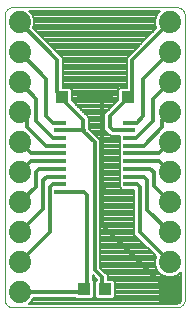
<source format=gtl>
G75*
%MOIN*%
%OFA0B0*%
%FSLAX24Y24*%
%IPPOS*%
%LPD*%
%AMOC8*
5,1,8,0,0,1.08239X$1,22.5*
%
%ADD10C,0.0010*%
%ADD11R,0.0390X0.0120*%
%ADD12R,0.0433X0.0394*%
%ADD13R,0.0740X0.0740*%
%ADD14C,0.0740*%
%ADD15C,0.0120*%
%ADD16C,0.0080*%
D10*
X000140Y000525D02*
X000140Y010025D01*
X000142Y010055D01*
X000147Y010085D01*
X000156Y010114D01*
X000169Y010141D01*
X000184Y010167D01*
X000203Y010191D01*
X000224Y010212D01*
X000248Y010231D01*
X000274Y010246D01*
X000301Y010259D01*
X000330Y010268D01*
X000360Y010273D01*
X000390Y010275D01*
X005890Y010275D01*
X005920Y010273D01*
X005950Y010268D01*
X005979Y010259D01*
X006006Y010246D01*
X006032Y010231D01*
X006056Y010212D01*
X006077Y010191D01*
X006096Y010167D01*
X006111Y010141D01*
X006124Y010114D01*
X006133Y010085D01*
X006138Y010055D01*
X006140Y010025D01*
X006140Y000525D01*
X006138Y000495D01*
X006133Y000465D01*
X006124Y000436D01*
X006111Y000409D01*
X006096Y000383D01*
X006077Y000359D01*
X006056Y000338D01*
X006032Y000319D01*
X006006Y000304D01*
X005979Y000291D01*
X005950Y000282D01*
X005920Y000277D01*
X005890Y000275D01*
X000390Y000275D01*
X000360Y000277D01*
X000330Y000282D01*
X000301Y000291D01*
X000274Y000304D01*
X000248Y000319D01*
X000224Y000338D01*
X000203Y000359D01*
X000184Y000383D01*
X000169Y000409D01*
X000156Y000436D01*
X000147Y000465D01*
X000142Y000495D01*
X000140Y000525D01*
D11*
X001991Y004123D03*
X001991Y004379D03*
X001991Y004635D03*
X001991Y004891D03*
X001991Y005147D03*
X001991Y005403D03*
X001991Y005659D03*
X001991Y005915D03*
X001991Y006171D03*
X001991Y006427D03*
X004289Y006427D03*
X004289Y006171D03*
X004289Y005915D03*
X004289Y005659D03*
X004289Y005403D03*
X004289Y005147D03*
X004289Y004891D03*
X004289Y004635D03*
X004289Y004379D03*
X004289Y004123D03*
D12*
X004244Y007275D03*
X003536Y007275D03*
X002744Y007275D03*
X002036Y007275D03*
X002786Y000875D03*
X003494Y000875D03*
D13*
X005640Y000775D03*
D14*
X005640Y001775D03*
X005640Y002775D03*
X005640Y003775D03*
X005640Y004775D03*
X005640Y005775D03*
X005640Y006775D03*
X005640Y007775D03*
X005640Y008775D03*
X005640Y009775D03*
X000640Y009775D03*
X000640Y008775D03*
X000640Y007775D03*
X000640Y006775D03*
X000640Y005775D03*
X000640Y004775D03*
X000640Y003775D03*
X000640Y002775D03*
X000640Y001775D03*
X000640Y000775D03*
D15*
X002686Y000775D01*
X002786Y000875D01*
X002890Y000860D01*
X002890Y004025D01*
X002792Y004123D01*
X001991Y004123D01*
X001991Y004379D02*
X001744Y004379D01*
X001650Y004275D01*
X001650Y002785D01*
X000640Y001775D01*
X000640Y002775D02*
X001430Y003565D01*
X001430Y004525D01*
X001540Y004635D01*
X001991Y004635D01*
X001991Y004891D02*
X001286Y004891D01*
X001170Y004775D01*
X001170Y004295D01*
X000650Y003775D01*
X000640Y003775D01*
X000640Y004775D02*
X001012Y005147D01*
X001991Y005147D01*
X001991Y005403D02*
X001012Y005403D01*
X000640Y005775D01*
X000890Y006275D02*
X000890Y006525D01*
X000640Y006775D01*
X000890Y006275D02*
X001506Y005659D01*
X001991Y005659D01*
X001991Y005915D02*
X001750Y005915D01*
X001190Y006475D01*
X001190Y007225D01*
X000640Y007775D01*
X001515Y007900D02*
X000640Y008775D01*
X000640Y009775D02*
X001890Y008525D01*
X001890Y007440D01*
X002036Y007275D01*
X002055Y007235D01*
X002765Y006525D01*
X002765Y006150D01*
X003140Y005775D01*
X003140Y001525D01*
X003390Y001275D01*
X003390Y000860D01*
X003494Y000875D01*
X002786Y000875D02*
X002740Y000775D01*
X003390Y003025D02*
X005640Y000775D01*
X005640Y001775D02*
X004640Y002775D01*
X004640Y004275D01*
X004536Y004379D01*
X004289Y004379D01*
X004289Y004123D02*
X003542Y004123D01*
X003390Y004275D01*
X003390Y007110D01*
X003536Y007275D01*
X002744Y007275D01*
X002744Y006171D02*
X002765Y006150D01*
X002744Y006171D02*
X002786Y006171D01*
X002744Y006171D02*
X001991Y006171D01*
X001991Y006427D02*
X001738Y006427D01*
X001515Y006650D01*
X001515Y007900D01*
X003640Y006650D02*
X003640Y006275D01*
X003744Y006171D01*
X004289Y006171D01*
X004289Y005915D02*
X004530Y005915D01*
X005090Y006475D01*
X005090Y007225D01*
X005640Y007775D01*
X004765Y007900D02*
X005640Y008775D01*
X005640Y009775D02*
X004390Y008525D01*
X004390Y007440D01*
X004244Y007275D01*
X004225Y007235D01*
X003640Y006650D01*
X004289Y006427D02*
X004542Y006427D01*
X004765Y006650D01*
X004765Y007900D01*
X005640Y006775D02*
X005390Y006525D01*
X005390Y006275D01*
X004774Y005659D01*
X004289Y005659D01*
X004289Y005403D02*
X005268Y005403D01*
X005640Y005775D01*
X005268Y005147D02*
X005640Y004775D01*
X005268Y005147D02*
X004289Y005147D01*
X004289Y004891D02*
X004994Y004891D01*
X005110Y004775D01*
X005110Y004305D01*
X005640Y003775D01*
X004890Y003525D02*
X005640Y002775D01*
X004890Y003525D02*
X004890Y004525D01*
X004780Y004635D01*
X004289Y004635D01*
X003542Y004123D02*
X003488Y004123D01*
X003390Y004025D01*
X003390Y003025D01*
D16*
X003320Y003023D02*
X004460Y003023D01*
X004460Y003101D02*
X003320Y003101D01*
X003320Y003180D02*
X004460Y003180D01*
X004460Y003258D02*
X003320Y003258D01*
X003320Y003337D02*
X004460Y003337D01*
X004460Y003415D02*
X003320Y003415D01*
X003320Y003494D02*
X004460Y003494D01*
X004460Y003572D02*
X003320Y003572D01*
X003320Y003651D02*
X004460Y003651D01*
X004460Y003729D02*
X003320Y003729D01*
X003320Y003808D02*
X004460Y003808D01*
X004460Y003886D02*
X003320Y003886D01*
X003320Y003965D02*
X004460Y003965D01*
X004460Y004043D02*
X003320Y004043D01*
X003320Y004122D02*
X004460Y004122D01*
X004460Y004199D02*
X004460Y002700D01*
X005190Y001970D01*
X005150Y001872D01*
X005150Y001678D01*
X005225Y001497D01*
X005362Y001360D01*
X005543Y001285D01*
X005737Y001285D01*
X005918Y001360D01*
X006015Y001457D01*
X006015Y000525D01*
X006011Y000493D01*
X005978Y000437D01*
X005922Y000404D01*
X005890Y000400D01*
X000958Y000400D01*
X001055Y000497D01*
X001096Y000595D01*
X002483Y000595D01*
X002519Y000558D01*
X003052Y000558D01*
X003122Y000628D01*
X003122Y001122D01*
X003070Y001174D01*
X003070Y001340D01*
X003210Y001200D01*
X003210Y001174D01*
X003158Y001122D01*
X003158Y000628D01*
X003228Y000558D01*
X003761Y000558D01*
X003831Y000628D01*
X003831Y001122D01*
X003761Y001192D01*
X003570Y001192D01*
X003570Y001350D01*
X003465Y001455D01*
X003320Y001600D01*
X003320Y005850D01*
X003215Y005955D01*
X003215Y005955D01*
X002966Y006204D01*
X002966Y006245D01*
X002945Y006266D01*
X002945Y006600D01*
X002840Y006705D01*
X002372Y007172D01*
X002372Y007522D01*
X002302Y007592D01*
X002070Y007592D01*
X002070Y008600D01*
X001090Y009580D01*
X001130Y009678D01*
X001130Y009872D01*
X001055Y010053D01*
X000958Y010150D01*
X005322Y010150D01*
X005225Y010053D01*
X005150Y009872D01*
X005150Y009678D01*
X005190Y009580D01*
X004210Y008600D01*
X004210Y007592D01*
X003978Y007592D01*
X003908Y007522D01*
X003908Y007172D01*
X003565Y006830D01*
X003460Y006725D01*
X003460Y006200D01*
X003565Y006095D01*
X003670Y005991D01*
X003974Y005991D01*
X003974Y005805D01*
X003992Y005787D01*
X003974Y005769D01*
X003974Y005549D01*
X003992Y005531D01*
X003974Y005513D01*
X003974Y005293D01*
X003992Y005275D01*
X003974Y005257D01*
X003974Y005037D01*
X003992Y005019D01*
X003974Y005001D01*
X003974Y004781D01*
X003992Y004763D01*
X003974Y004745D01*
X003974Y004526D01*
X003992Y004507D01*
X003974Y004489D01*
X003974Y004270D01*
X004044Y004199D01*
X004460Y004199D01*
X004043Y004200D02*
X003320Y004200D01*
X003320Y004279D02*
X003974Y004279D01*
X003974Y004357D02*
X003320Y004357D01*
X003320Y004436D02*
X003974Y004436D01*
X003985Y004514D02*
X003320Y004514D01*
X003320Y004593D02*
X003974Y004593D01*
X003974Y004671D02*
X003320Y004671D01*
X003320Y004750D02*
X003978Y004750D01*
X003974Y004828D02*
X003320Y004828D01*
X003320Y004907D02*
X003974Y004907D01*
X003974Y004985D02*
X003320Y004985D01*
X003320Y005064D02*
X003974Y005064D01*
X003974Y005142D02*
X003320Y005142D01*
X003320Y005221D02*
X003974Y005221D01*
X003974Y005299D02*
X003320Y005299D01*
X003320Y005378D02*
X003974Y005378D01*
X003974Y005456D02*
X003320Y005456D01*
X003320Y005535D02*
X003988Y005535D01*
X003974Y005613D02*
X003320Y005613D01*
X003320Y005692D02*
X003974Y005692D01*
X003975Y005770D02*
X003320Y005770D01*
X003320Y005849D02*
X003974Y005849D01*
X003974Y005927D02*
X003243Y005927D01*
X003164Y006006D02*
X003655Y006006D01*
X003576Y006084D02*
X003086Y006084D01*
X003007Y006163D02*
X003498Y006163D01*
X003460Y006241D02*
X002966Y006241D01*
X002945Y006320D02*
X003460Y006320D01*
X003460Y006398D02*
X002945Y006398D01*
X002945Y006477D02*
X003460Y006477D01*
X003460Y006555D02*
X002945Y006555D01*
X002911Y006634D02*
X003460Y006634D01*
X003460Y006712D02*
X002833Y006712D01*
X002754Y006791D02*
X003526Y006791D01*
X003604Y006869D02*
X002676Y006869D01*
X002597Y006948D02*
X003683Y006948D01*
X003761Y007026D02*
X002519Y007026D01*
X002440Y007105D02*
X003840Y007105D01*
X003908Y007183D02*
X002372Y007183D01*
X002372Y007262D02*
X003908Y007262D01*
X003908Y007340D02*
X002372Y007340D01*
X002372Y007419D02*
X003908Y007419D01*
X003908Y007497D02*
X002372Y007497D01*
X002318Y007576D02*
X003962Y007576D01*
X004210Y007654D02*
X002070Y007654D01*
X002070Y007733D02*
X004210Y007733D01*
X004210Y007811D02*
X002070Y007811D01*
X002070Y007890D02*
X004210Y007890D01*
X004210Y007968D02*
X002070Y007968D01*
X002070Y008047D02*
X004210Y008047D01*
X004210Y008125D02*
X002070Y008125D01*
X002070Y008204D02*
X004210Y008204D01*
X004210Y008282D02*
X002070Y008282D01*
X002070Y008361D02*
X004210Y008361D01*
X004210Y008439D02*
X002070Y008439D01*
X002070Y008518D02*
X004210Y008518D01*
X004210Y008596D02*
X002070Y008596D01*
X001995Y008675D02*
X004285Y008675D01*
X004363Y008753D02*
X001917Y008753D01*
X001838Y008832D02*
X004442Y008832D01*
X004520Y008910D02*
X001760Y008910D01*
X001681Y008989D02*
X004599Y008989D01*
X004677Y009067D02*
X001603Y009067D01*
X001524Y009146D02*
X004756Y009146D01*
X004834Y009224D02*
X001446Y009224D01*
X001367Y009303D02*
X004913Y009303D01*
X004991Y009381D02*
X001289Y009381D01*
X001210Y009460D02*
X005070Y009460D01*
X005148Y009538D02*
X001132Y009538D01*
X001105Y009617D02*
X005175Y009617D01*
X005150Y009695D02*
X001130Y009695D01*
X001130Y009774D02*
X005150Y009774D01*
X005150Y009852D02*
X001130Y009852D01*
X001106Y009931D02*
X005174Y009931D01*
X005207Y010009D02*
X001073Y010009D01*
X001020Y010088D02*
X005260Y010088D01*
X004460Y002944D02*
X003320Y002944D01*
X003320Y002866D02*
X004460Y002866D01*
X004460Y002787D02*
X003320Y002787D01*
X003320Y002709D02*
X004460Y002709D01*
X004530Y002630D02*
X003320Y002630D01*
X003320Y002552D02*
X004609Y002552D01*
X004687Y002473D02*
X003320Y002473D01*
X003320Y002395D02*
X004766Y002395D01*
X004844Y002316D02*
X003320Y002316D01*
X003320Y002238D02*
X004923Y002238D01*
X005001Y002159D02*
X003320Y002159D01*
X003320Y002081D02*
X005080Y002081D01*
X005158Y002002D02*
X003320Y002002D01*
X003320Y001924D02*
X005171Y001924D01*
X005150Y001845D02*
X003320Y001845D01*
X003320Y001767D02*
X005150Y001767D01*
X005150Y001688D02*
X003320Y001688D01*
X003320Y001610D02*
X005178Y001610D01*
X005211Y001531D02*
X003389Y001531D01*
X003467Y001453D02*
X005270Y001453D01*
X005348Y001374D02*
X003546Y001374D01*
X003570Y001296D02*
X005517Y001296D01*
X005763Y001296D02*
X006015Y001296D01*
X006015Y001374D02*
X005932Y001374D01*
X006010Y001453D02*
X006015Y001453D01*
X006015Y001217D02*
X003570Y001217D01*
X003814Y001139D02*
X006015Y001139D01*
X006015Y001060D02*
X003831Y001060D01*
X003831Y000982D02*
X006015Y000982D01*
X006015Y000903D02*
X003831Y000903D01*
X003831Y000825D02*
X006015Y000825D01*
X006015Y000746D02*
X003831Y000746D01*
X003831Y000668D02*
X006015Y000668D01*
X006015Y000589D02*
X003791Y000589D01*
X003197Y000589D02*
X003083Y000589D01*
X003122Y000668D02*
X003158Y000668D01*
X003158Y000746D02*
X003122Y000746D01*
X003122Y000825D02*
X003158Y000825D01*
X003158Y000903D02*
X003122Y000903D01*
X003122Y000982D02*
X003158Y000982D01*
X003158Y001060D02*
X003122Y001060D01*
X003105Y001139D02*
X003175Y001139D01*
X003193Y001217D02*
X003070Y001217D01*
X003070Y001296D02*
X003115Y001296D01*
X002489Y000589D02*
X001093Y000589D01*
X001061Y000511D02*
X006013Y000511D01*
X005970Y000432D02*
X000990Y000432D01*
M02*

</source>
